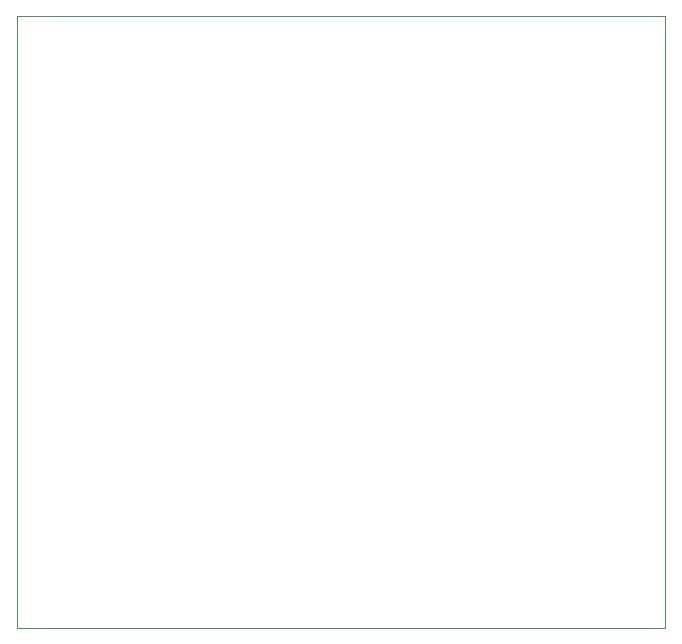
<source format=gbr>
%TF.GenerationSoftware,KiCad,Pcbnew,(6.0.0-0)*%
%TF.CreationDate,2022-12-05T10:13:44-05:00*%
%TF.ProjectId,Dome_Logics_V1,446f6d65-5f4c-46f6-9769-63735f56312e,rev?*%
%TF.SameCoordinates,Original*%
%TF.FileFunction,Profile,NP*%
%FSLAX46Y46*%
G04 Gerber Fmt 4.6, Leading zero omitted, Abs format (unit mm)*
G04 Created by KiCad (PCBNEW (6.0.0-0)) date 2022-12-05 10:13:44*
%MOMM*%
%LPD*%
G01*
G04 APERTURE LIST*
%TA.AperFunction,Profile*%
%ADD10C,0.100000*%
%TD*%
G04 APERTURE END LIST*
D10*
X84086000Y-81072000D02*
X138982000Y-81072000D01*
X138982000Y-81072000D02*
X138982000Y-132918000D01*
X138982000Y-132918000D02*
X84086000Y-132918000D01*
X84086000Y-132918000D02*
X84086000Y-81072000D01*
M02*

</source>
